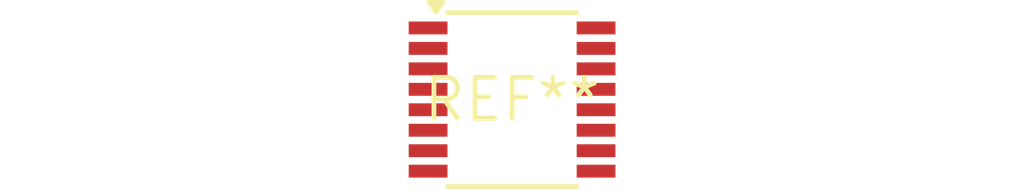
<source format=kicad_pcb>
(kicad_pcb (version 20240108) (generator pcbnew)
  (layers (0 "F.Cu" signal) (31 "B.Cu" signal) (34 "B.Paste" user) (35 "F.Paste" user) (36 "B.SilkS" user "B.Silkscreen") (37 "F.SilkS" user "F.Silkscreen") (38 "B.Mask" user) (39 "F.Mask" user) (44 "Edge.Cuts" user))
  (net 0 "")
  (footprint "SSOP-16_3.9x4.9mm_P0.635mm" (layer "F.Cu") (at 0 0)
    (property "Reference" "REF**")
    (property "Value" "SSOP-16_3.9x4.9mm_P0.635mm")
    (fp_line (start -2 -2.7) (end 2 -2.7) (layer "F.SilkS") (stroke (width 0.15)))
    (fp_line (start -2 2.7) (end 2 2.7) (layer "F.SilkS") (stroke (width 0.15)))
    (fp_poly (pts (xy -2.35 -2.7) (xy -2.59 -3.03) (xy -2.11 -3.03) (xy -2.35 -2.7)) (layer "F.SilkS") (stroke (width 0.12)) (fill solid))
    (pad "1" smd rect (at -2.6 -2.2225) (size 1.2 0.4) (layers "F.Cu" "F.Paste" "F.Mask"))
    (pad "2" smd rect (at -2.6 -1.5875) (size 1.2 0.4) (layers "F.Cu" "F.Paste" "F.Mask"))
    (pad "3" smd rect (at -2.6 -0.9525) (size 1.2 0.4) (layers "F.Cu" "F.Paste" "F.Mask"))
    (pad "4" smd rect (at -2.6 -0.3175) (size 1.2 0.4) (layers "F.Cu" "F.Paste" "F.Mask"))
    (pad "5" smd rect (at -2.6 0.3175) (size 1.2 0.4) (layers "F.Cu" "F.Paste" "F.Mask"))
    (pad "6" smd rect (at -2.6 0.9525) (size 1.2 0.4) (layers "F.Cu" "F.Paste" "F.Mask"))
    (pad "7" smd rect (at -2.6 1.5875) (size 1.2 0.4) (layers "F.Cu" "F.Paste" "F.Mask"))
    (pad "8" smd rect (at -2.6 2.2225) (size 1.2 0.4) (layers "F.Cu" "F.Paste" "F.Mask"))
    (pad "9" smd rect (at 2.6 2.2225) (size 1.2 0.4) (layers "F.Cu" "F.Paste" "F.Mask"))
    (pad "10" smd rect (at 2.6 1.5875) (size 1.2 0.4) (layers "F.Cu" "F.Paste" "F.Mask"))
    (pad "11" smd rect (at 2.6 0.9525) (size 1.2 0.4) (layers "F.Cu" "F.Paste" "F.Mask"))
    (pad "12" smd rect (at 2.6 0.3175) (size 1.2 0.4) (layers "F.Cu" "F.Paste" "F.Mask"))
    (pad "13" smd rect (at 2.6 -0.3175) (size 1.2 0.4) (layers "F.Cu" "F.Paste" "F.Mask"))
    (pad "14" smd rect (at 2.6 -0.9525) (size 1.2 0.4) (layers "F.Cu" "F.Paste" "F.Mask"))
    (pad "15" smd rect (at 2.6 -1.5875) (size 1.2 0.4) (layers "F.Cu" "F.Paste" "F.Mask"))
    (pad "16" smd rect (at 2.6 -2.2225) (size 1.2 0.4) (layers "F.Cu" "F.Paste" "F.Mask"))
  )
)
</source>
